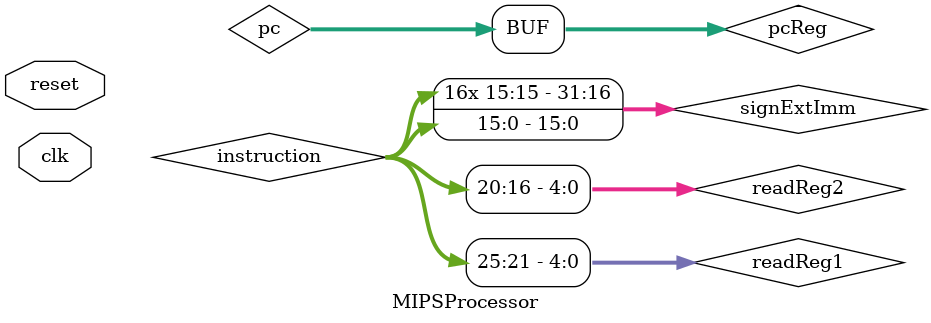
<source format=v>
module MIPSProcessor (
    input clk,
    input reset
);
    // Signals
    wire [31:0] pc;
    wire [31:0] nextPc;
    wire [31:0] instruction;
    wire [4:0] readReg1, readReg2, writeReg;
    wire [31:0] readData1, readData2, writeData;
    wire [31:0] signExtImm, aluSrcB, aluResult, memReadData;
    wire [3:0] aluControl;
    wire zero, regDst, aluSrc, memToReg, regWrite, memRead, memWrite, branch;
    
    // Program Counter
    reg [31:0] pcReg;
    always @(posedge clk or posedge reset) begin
        if (reset)
            pcReg <= 0;
        else
            pcReg <= nextPc;
    end
    assign pc = pcReg;

    // Instruction Memory
    InstructionMemory imem (
        .address(pc),
        .instruction(instruction)
    );

    // Control Unit
    ControlUnit control (
        .opcode(instruction[31:26]),
        .funct(instruction[5:0]),  // Include funct field for R-type instructions
        .regDst(regDst),
        .aluSrc(aluSrc),
        .memToReg(memToReg),
        .regWrite(regWrite),
        .memRead(memRead),
        .memWrite(memWrite),
        .branch(branch),
        .aluOp(aluControl)
    );

    // Register File
    assign readReg1 = instruction[25:21];
    assign readReg2 = instruction[20:16];
    assign writeReg = (regDst) ? instruction[15:11] : instruction[20:16];

    RegisterFile rf (
        .clk(clk),
        .regWrite(regWrite),
        .readReg1(readReg1),
        .readReg2(readReg2),
        .writeReg(writeReg),
        .writeData(writeData),
        .readData1(readData1),
        .readData2(readData2)
    );

    // Sign Extend
    assign signExtImm = {{16{instruction[15]}}, instruction[15:0]};

    // ALU
    assign aluSrcB = (aluSrc) ? signExtImm : readData2;

    ALU alu (
        .A(readData1),
        .B(aluSrcB),
        .ALUControl(aluControl),
        .ALUResult(aluResult),
        .Zero(zero)
    );

    // Data Memory
    DataMemory dmem (
        .clk(clk),
        .memRead(memRead),
        .memWrite(memWrite),
        .address(aluResult),
        .writeData(readData2),
        .readData(memReadData)
    );

    // Write Back
    assign writeData = (memToReg) ? memReadData : aluResult;

    // PC Update
    assign nextPc = pc + 4 + ((branch && zero) ? (signExtImm << 2) : 0);

endmodule


</source>
